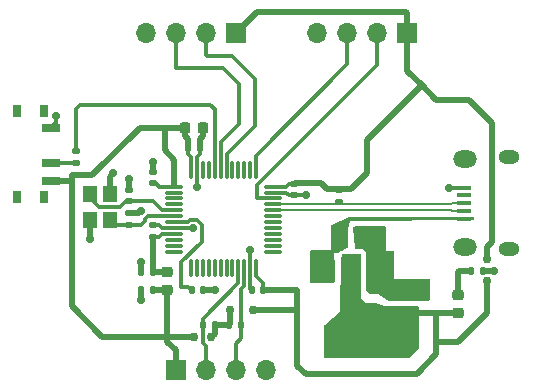
<source format=gbr>
%TF.GenerationSoftware,KiCad,Pcbnew,7.0.1-0*%
%TF.CreationDate,2023-05-28T09:45:46-06:00*%
%TF.ProjectId,stm32-prototype,73746d33-322d-4707-926f-746f74797065,rev?*%
%TF.SameCoordinates,Original*%
%TF.FileFunction,Copper,L1,Top*%
%TF.FilePolarity,Positive*%
%FSLAX46Y46*%
G04 Gerber Fmt 4.6, Leading zero omitted, Abs format (unit mm)*
G04 Created by KiCad (PCBNEW 7.0.1-0) date 2023-05-28 09:45:46*
%MOMM*%
%LPD*%
G01*
G04 APERTURE LIST*
G04 Aperture macros list*
%AMRoundRect*
0 Rectangle with rounded corners*
0 $1 Rounding radius*
0 $2 $3 $4 $5 $6 $7 $8 $9 X,Y pos of 4 corners*
0 Add a 4 corners polygon primitive as box body*
4,1,4,$2,$3,$4,$5,$6,$7,$8,$9,$2,$3,0*
0 Add four circle primitives for the rounded corners*
1,1,$1+$1,$2,$3*
1,1,$1+$1,$4,$5*
1,1,$1+$1,$6,$7*
1,1,$1+$1,$8,$9*
0 Add four rect primitives between the rounded corners*
20,1,$1+$1,$2,$3,$4,$5,0*
20,1,$1+$1,$4,$5,$6,$7,0*
20,1,$1+$1,$6,$7,$8,$9,0*
20,1,$1+$1,$8,$9,$2,$3,0*%
G04 Aperture macros list end*
%TA.AperFunction,SMDPad,CuDef*%
%ADD10R,1.500000X0.700000*%
%TD*%
%TA.AperFunction,SMDPad,CuDef*%
%ADD11R,0.800000X1.000000*%
%TD*%
%TA.AperFunction,SMDPad,CuDef*%
%ADD12R,1.200000X1.400000*%
%TD*%
%TA.AperFunction,SMDPad,CuDef*%
%ADD13RoundRect,0.075000X-0.075000X-0.662500X0.075000X-0.662500X0.075000X0.662500X-0.075000X0.662500X0*%
%TD*%
%TA.AperFunction,SMDPad,CuDef*%
%ADD14RoundRect,0.075000X-0.662500X-0.075000X0.662500X-0.075000X0.662500X0.075000X-0.662500X0.075000X0*%
%TD*%
%TA.AperFunction,SMDPad,CuDef*%
%ADD15R,1.500000X2.000000*%
%TD*%
%TA.AperFunction,SMDPad,CuDef*%
%ADD16R,3.800000X2.000000*%
%TD*%
%TA.AperFunction,SMDPad,CuDef*%
%ADD17RoundRect,0.135000X-0.135000X-0.185000X0.135000X-0.185000X0.135000X0.185000X-0.135000X0.185000X0*%
%TD*%
%TA.AperFunction,SMDPad,CuDef*%
%ADD18RoundRect,0.135000X0.135000X0.185000X-0.135000X0.185000X-0.135000X-0.185000X0.135000X-0.185000X0*%
%TD*%
%TA.AperFunction,SMDPad,CuDef*%
%ADD19RoundRect,0.135000X-0.185000X0.135000X-0.185000X-0.135000X0.185000X-0.135000X0.185000X0.135000X0*%
%TD*%
%TA.AperFunction,SMDPad,CuDef*%
%ADD20RoundRect,0.135000X0.185000X-0.135000X0.185000X0.135000X-0.185000X0.135000X-0.185000X-0.135000X0*%
%TD*%
%TA.AperFunction,ComponentPad*%
%ADD21O,1.700000X1.700000*%
%TD*%
%TA.AperFunction,ComponentPad*%
%ADD22R,1.700000X1.700000*%
%TD*%
%TA.AperFunction,ComponentPad*%
%ADD23O,1.800000X1.150000*%
%TD*%
%TA.AperFunction,ComponentPad*%
%ADD24O,2.000000X1.450000*%
%TD*%
%TA.AperFunction,SMDPad,CuDef*%
%ADD25R,1.300000X0.450000*%
%TD*%
%TA.AperFunction,SMDPad,CuDef*%
%ADD26RoundRect,0.218750X0.256250X-0.218750X0.256250X0.218750X-0.256250X0.218750X-0.256250X-0.218750X0*%
%TD*%
%TA.AperFunction,SMDPad,CuDef*%
%ADD27RoundRect,0.218750X-0.256250X0.218750X-0.256250X-0.218750X0.256250X-0.218750X0.256250X0.218750X0*%
%TD*%
%TA.AperFunction,SMDPad,CuDef*%
%ADD28RoundRect,0.140000X0.170000X-0.140000X0.170000X0.140000X-0.170000X0.140000X-0.170000X-0.140000X0*%
%TD*%
%TA.AperFunction,SMDPad,CuDef*%
%ADD29RoundRect,0.140000X-0.140000X-0.170000X0.140000X-0.170000X0.140000X0.170000X-0.140000X0.170000X0*%
%TD*%
%TA.AperFunction,SMDPad,CuDef*%
%ADD30RoundRect,0.140000X0.140000X0.170000X-0.140000X0.170000X-0.140000X-0.170000X0.140000X-0.170000X0*%
%TD*%
%TA.AperFunction,SMDPad,CuDef*%
%ADD31RoundRect,0.140000X-0.170000X0.140000X-0.170000X-0.140000X0.170000X-0.140000X0.170000X0.140000X0*%
%TD*%
%TA.AperFunction,SMDPad,CuDef*%
%ADD32RoundRect,0.225000X-0.225000X-0.250000X0.225000X-0.250000X0.225000X0.250000X-0.225000X0.250000X0*%
%TD*%
%TA.AperFunction,SMDPad,CuDef*%
%ADD33RoundRect,0.250000X0.475000X-0.250000X0.475000X0.250000X-0.475000X0.250000X-0.475000X-0.250000X0*%
%TD*%
%TA.AperFunction,SMDPad,CuDef*%
%ADD34RoundRect,0.250000X-0.250000X-0.475000X0.250000X-0.475000X0.250000X0.475000X-0.250000X0.475000X0*%
%TD*%
%TA.AperFunction,ViaPad*%
%ADD35C,0.750000*%
%TD*%
%TA.AperFunction,ViaPad*%
%ADD36C,0.700000*%
%TD*%
%TA.AperFunction,Conductor*%
%ADD37C,0.500000*%
%TD*%
%TA.AperFunction,Conductor*%
%ADD38C,0.300000*%
%TD*%
%TA.AperFunction,Conductor*%
%ADD39C,0.200000*%
%TD*%
G04 APERTURE END LIST*
D10*
%TO.P,SW1,3,C*%
%TO.N,+3.3V*%
X82405000Y-86750000D03*
%TO.P,SW1,2,B*%
%TO.N,/SW_BOOT0*%
X82405000Y-85250000D03*
%TO.P,SW1,1,A*%
%TO.N,GND*%
X82405000Y-82250000D03*
D11*
%TO.P,SW1,*%
%TO.N,*%
X81755000Y-80850000D03*
X79545000Y-88150000D03*
X79545000Y-80850000D03*
X81755000Y-88150000D03*
%TD*%
D12*
%TO.P,Y1,4,4*%
%TO.N,GND*%
X87350000Y-87900000D03*
%TO.P,Y1,3,3*%
%TO.N,/HSE_OUT*%
X87350000Y-90100000D03*
%TO.P,Y1,2,2*%
%TO.N,GND*%
X85650000Y-90100000D03*
%TO.P,Y1,1,1*%
%TO.N,/HSE_IN*%
X85650000Y-87900000D03*
%TD*%
D13*
%TO.P,U2,48,VDD*%
%TO.N,+3.3V*%
X94250000Y-85837500D03*
%TO.P,U2,47,VSS*%
%TO.N,GND*%
X94750000Y-85837500D03*
%TO.P,U2,46,PB9*%
%TO.N,unconnected-(U2-PB9-Pad46)*%
X95250000Y-85837500D03*
%TO.P,U2,45,PB8*%
%TO.N,unconnected-(U2-PB8-Pad45)*%
X95750000Y-85837500D03*
%TO.P,U2,44,BOOT0*%
%TO.N,/BOOT0*%
X96250000Y-85837500D03*
%TO.P,U2,43,PB7*%
%TO.N,/USART1_RX*%
X96750000Y-85837500D03*
%TO.P,U2,42,PB6*%
%TO.N,/USART1_TX*%
X97250000Y-85837500D03*
%TO.P,U2,41,PB5*%
%TO.N,unconnected-(U2-PB5-Pad41)*%
X97750000Y-85837500D03*
%TO.P,U2,40,PB4*%
%TO.N,unconnected-(U2-PB4-Pad40)*%
X98250000Y-85837500D03*
%TO.P,U2,39,PB3*%
%TO.N,unconnected-(U2-PB3-Pad39)*%
X98750000Y-85837500D03*
%TO.P,U2,38,PA15*%
%TO.N,unconnected-(U2-PA15-Pad38)*%
X99250000Y-85837500D03*
%TO.P,U2,37,PA14*%
%TO.N,/SWCLK*%
X99750000Y-85837500D03*
D14*
%TO.P,U2,36,VDD*%
%TO.N,+3.3V*%
X101162500Y-87250000D03*
%TO.P,U2,35,VSS*%
%TO.N,GND*%
X101162500Y-87750000D03*
%TO.P,U2,34,PA13*%
%TO.N,/SWDIO*%
X101162500Y-88250000D03*
%TO.P,U2,33,PA12*%
%TO.N,/USB_D+*%
X101162500Y-88750000D03*
%TO.P,U2,32,PA11*%
%TO.N,/USB_D-*%
X101162500Y-89250000D03*
%TO.P,U2,31,PA10*%
%TO.N,unconnected-(U2-PA10-Pad31)*%
X101162500Y-89750000D03*
%TO.P,U2,30,PA9*%
%TO.N,unconnected-(U2-PA9-Pad30)*%
X101162500Y-90250000D03*
%TO.P,U2,29,PA8*%
%TO.N,unconnected-(U2-PA8-Pad29)*%
X101162500Y-90750000D03*
%TO.P,U2,28,PB15*%
%TO.N,unconnected-(U2-PB15-Pad28)*%
X101162500Y-91250000D03*
%TO.P,U2,27,PB14*%
%TO.N,unconnected-(U2-PB14-Pad27)*%
X101162500Y-91750000D03*
%TO.P,U2,26,PB13*%
%TO.N,unconnected-(U2-PB13-Pad26)*%
X101162500Y-92250000D03*
%TO.P,U2,25,PB12*%
%TO.N,unconnected-(U2-PB12-Pad25)*%
X101162500Y-92750000D03*
D13*
%TO.P,U2,24,VDD*%
%TO.N,+3.3V*%
X99750000Y-94162500D03*
%TO.P,U2,23,VSS*%
%TO.N,GND*%
X99250000Y-94162500D03*
%TO.P,U2,22,PB11*%
%TO.N,/I2C2_SDA*%
X98750000Y-94162500D03*
%TO.P,U2,21,PB10*%
%TO.N,/I2C2_SCL*%
X98250000Y-94162500D03*
%TO.P,U2,20,PB2*%
%TO.N,unconnected-(U2-PB2-Pad20)*%
X97750000Y-94162500D03*
%TO.P,U2,19,PB1*%
%TO.N,unconnected-(U2-PB1-Pad19)*%
X97250000Y-94162500D03*
%TO.P,U2,18,PB0*%
%TO.N,unconnected-(U2-PB0-Pad18)*%
X96750000Y-94162500D03*
%TO.P,U2,17,PA7*%
%TO.N,unconnected-(U2-PA7-Pad17)*%
X96250000Y-94162500D03*
%TO.P,U2,16,PA6*%
%TO.N,unconnected-(U2-PA6-Pad16)*%
X95750000Y-94162500D03*
%TO.P,U2,15,PA5*%
%TO.N,unconnected-(U2-PA5-Pad15)*%
X95250000Y-94162500D03*
%TO.P,U2,14,PA4*%
%TO.N,unconnected-(U2-PA4-Pad14)*%
X94750000Y-94162500D03*
%TO.P,U2,13,PA3*%
%TO.N,unconnected-(U2-PA3-Pad13)*%
X94250000Y-94162500D03*
D14*
%TO.P,U2,12,PA2*%
%TO.N,unconnected-(U2-PA2-Pad12)*%
X92837500Y-92750000D03*
%TO.P,U2,11,PA1*%
%TO.N,unconnected-(U2-PA1-Pad11)*%
X92837500Y-92250000D03*
%TO.P,U2,10,PA0*%
%TO.N,unconnected-(U2-PA0-Pad10)*%
X92837500Y-91750000D03*
%TO.P,U2,9,VDDA*%
%TO.N,+3.3VA*%
X92837500Y-91250000D03*
%TO.P,U2,8,VSSA*%
%TO.N,GND*%
X92837500Y-90750000D03*
%TO.P,U2,7,NRST*%
%TO.N,/NRST*%
X92837500Y-90250000D03*
%TO.P,U2,6,PD1*%
%TO.N,/HSE_OUT*%
X92837500Y-89750000D03*
%TO.P,U2,5,PD0*%
%TO.N,/HSE_IN*%
X92837500Y-89250000D03*
%TO.P,U2,4,PC15*%
%TO.N,unconnected-(U2-PC15-Pad4)*%
X92837500Y-88750000D03*
%TO.P,U2,3,PC14*%
%TO.N,unconnected-(U2-PC14-Pad3)*%
X92837500Y-88250000D03*
%TO.P,U2,2,PC13*%
%TO.N,unconnected-(U2-PC13-Pad2)*%
X92837500Y-87750000D03*
%TO.P,U2,1,VBAT*%
%TO.N,+3.3V*%
X92837500Y-87250000D03*
%TD*%
D15*
%TO.P,U1,1,GND*%
%TO.N,GND*%
X110050000Y-94100000D03*
D16*
%TO.P,U1,2,VO*%
%TO.N,+3.3V*%
X107750000Y-100400000D03*
D15*
X107750000Y-94100000D03*
%TO.P,U1,3,VI*%
%TO.N,VBUS*%
X105450000Y-94100000D03*
%TD*%
D17*
%TO.P,R5,2*%
%TO.N,/I2C2_SDA*%
X98510000Y-99000000D03*
%TO.P,R5,1*%
%TO.N,+3.3V*%
X97490000Y-99000000D03*
%TD*%
D18*
%TO.P,R4,2*%
%TO.N,/I2C2_SCL*%
X95240000Y-99000000D03*
%TO.P,R4,1*%
%TO.N,+3.3V*%
X96260000Y-99000000D03*
%TD*%
D19*
%TO.P,R3,1*%
%TO.N,+3.3V*%
X106750000Y-87565000D03*
%TO.P,R3,2*%
%TO.N,/USB_D+*%
X106750000Y-88585000D03*
%TD*%
D20*
%TO.P,R2,1*%
%TO.N,/SW_BOOT0*%
X84525000Y-85260000D03*
%TO.P,R2,2*%
%TO.N,/BOOT0*%
X84525000Y-84240000D03*
%TD*%
D17*
%TO.P,R1,1*%
%TO.N,/PWR_LED_K*%
X117930000Y-94400000D03*
%TO.P,R1,2*%
%TO.N,GND*%
X118950000Y-94400000D03*
%TD*%
D21*
%TO.P,J4,4,Pin_4*%
%TO.N,GND*%
X100570000Y-102750000D03*
%TO.P,J4,3,Pin_3*%
%TO.N,/I2C2_SDA*%
X98030000Y-102750000D03*
%TO.P,J4,2,Pin_2*%
%TO.N,/I2C2_SCL*%
X95490000Y-102750000D03*
D22*
%TO.P,J4,1,Pin_1*%
%TO.N,+3.3V*%
X92950000Y-102750000D03*
%TD*%
D21*
%TO.P,J3,4,Pin_4*%
%TO.N,GND*%
X104920000Y-74250000D03*
%TO.P,J3,3,Pin_3*%
%TO.N,/SWCLK*%
X107460000Y-74250000D03*
%TO.P,J3,2,Pin_2*%
%TO.N,/SWDIO*%
X110000000Y-74250000D03*
D22*
%TO.P,J3,1,Pin_1*%
%TO.N,+3.3V*%
X112540000Y-74250000D03*
%TD*%
D21*
%TO.P,J2,4,Pin_4*%
%TO.N,GND*%
X90420000Y-74250000D03*
%TO.P,J2,3,Pin_3*%
%TO.N,/USART1_RX*%
X92960000Y-74250000D03*
%TO.P,J2,2,Pin_2*%
%TO.N,/USART1_TX*%
X95500000Y-74250000D03*
D22*
%TO.P,J2,1,Pin_1*%
%TO.N,+3.3V*%
X98040000Y-74250000D03*
%TD*%
D23*
%TO.P,J1,6,Shield*%
%TO.N,N/C*%
X121200000Y-84775000D03*
X121200000Y-92525000D03*
D24*
X117400000Y-84925000D03*
X117400000Y-92375000D03*
D25*
%TO.P,J1,5,GND*%
%TO.N,GND*%
X117350000Y-87350000D03*
%TO.P,J1,4,ID*%
%TO.N,unconnected-(J1-ID-Pad4)*%
X117350000Y-88000000D03*
%TO.P,J1,3,D+*%
%TO.N,/USB_D+*%
X117350000Y-88650000D03*
%TO.P,J1,2,D-*%
%TO.N,/USB_D-*%
X117350000Y-89300000D03*
%TO.P,J1,1,VBUS*%
%TO.N,VBUS*%
X117350000Y-89950000D03*
%TD*%
D26*
%TO.P,FB1,1*%
%TO.N,+3.3V*%
X92250000Y-96037500D03*
%TO.P,FB1,2*%
%TO.N,+3.3VA*%
X92250000Y-94462500D03*
%TD*%
D27*
%TO.P,D1,1,K*%
%TO.N,/PWR_LED_K*%
X116850000Y-96412500D03*
%TO.P,D1,2,A*%
%TO.N,+3.3V*%
X116850000Y-97987500D03*
%TD*%
D28*
%TO.P,C13,1*%
%TO.N,/HSE_OUT*%
X89000000Y-90460000D03*
%TO.P,C13,2*%
%TO.N,GND*%
X89000000Y-89500000D03*
%TD*%
%TO.P,C12,2*%
%TO.N,GND*%
X89000000Y-87520000D03*
%TO.P,C12,1*%
%TO.N,/HSE_IN*%
X89000000Y-88480000D03*
%TD*%
D29*
%TO.P,C11,1*%
%TO.N,/NRST*%
X94290000Y-96000000D03*
%TO.P,C11,2*%
%TO.N,GND*%
X95250000Y-96000000D03*
%TD*%
D30*
%TO.P,C10,1*%
%TO.N,+3.3V*%
X91000000Y-96000000D03*
%TO.P,C10,2*%
%TO.N,GND*%
X90040000Y-96000000D03*
%TD*%
%TO.P,C9,1*%
%TO.N,+3.3VA*%
X91000000Y-94500000D03*
%TO.P,C9,2*%
%TO.N,GND*%
X90040000Y-94500000D03*
%TD*%
D28*
%TO.P,C8,1*%
%TO.N,+3.3VA*%
X91000000Y-91480000D03*
%TO.P,C8,2*%
%TO.N,GND*%
X91000000Y-90520000D03*
%TD*%
D29*
%TO.P,C7,1*%
%TO.N,+3.3V*%
X94020000Y-84000000D03*
%TO.P,C7,2*%
%TO.N,GND*%
X94980000Y-84000000D03*
%TD*%
D31*
%TO.P,C6,1*%
%TO.N,+3.3V*%
X103000000Y-87020000D03*
%TO.P,C6,2*%
%TO.N,GND*%
X103000000Y-87980000D03*
%TD*%
D30*
%TO.P,C5,2*%
%TO.N,GND*%
X99370000Y-96025000D03*
%TO.P,C5,1*%
%TO.N,+3.3V*%
X100330000Y-96025000D03*
%TD*%
D28*
%TO.P,C4,2*%
%TO.N,GND*%
X91000000Y-86020000D03*
%TO.P,C4,1*%
%TO.N,+3.3V*%
X91000000Y-86980000D03*
%TD*%
D32*
%TO.P,C3,1*%
%TO.N,+3.3V*%
X93725000Y-82250000D03*
%TO.P,C3,2*%
%TO.N,GND*%
X95275000Y-82250000D03*
%TD*%
D33*
%TO.P,C2,1*%
%TO.N,+3.3V*%
X112500000Y-97950000D03*
%TO.P,C2,2*%
%TO.N,GND*%
X112500000Y-96050000D03*
%TD*%
D34*
%TO.P,C1,1*%
%TO.N,VBUS*%
X106850000Y-91750000D03*
%TO.P,C1,2*%
%TO.N,GND*%
X108750000Y-91750000D03*
%TD*%
D35*
%TO.N,+3.3V*%
X97575000Y-97700000D03*
D36*
%TO.N,GND*%
X85650000Y-91700000D03*
X87650000Y-86125000D03*
D35*
%TO.N,+3.3V*%
X119300000Y-93400000D03*
X119300000Y-95275000D03*
X94475000Y-100000000D03*
X95975000Y-100000000D03*
X99450000Y-97700000D03*
D36*
%TO.N,GND*%
X113950000Y-96025000D03*
X110625000Y-95625000D03*
X109725000Y-95625000D03*
X110050000Y-92150000D03*
X110025000Y-91175000D03*
X116100000Y-87350000D03*
X103950000Y-87975000D03*
X90025000Y-93625000D03*
X90025000Y-96875000D03*
X94775000Y-87250000D03*
X90000000Y-89300000D03*
X119875000Y-94400000D03*
X89000000Y-86625000D03*
X82800000Y-81250000D03*
X94450000Y-90750000D03*
X96275000Y-96000000D03*
X99250000Y-92575000D03*
X91000000Y-85125000D03*
%TD*%
D37*
%TO.N,+3.3V*%
X99450000Y-97700000D02*
X103150000Y-97700000D01*
X103150000Y-97700000D02*
X103225000Y-97625000D01*
X97575000Y-97700000D02*
X97575000Y-98915000D01*
X97575000Y-98915000D02*
X97490000Y-99000000D01*
%TO.N,GND*%
X85650000Y-90100000D02*
X85650000Y-91700000D01*
X87350000Y-86425000D02*
X87650000Y-86125000D01*
X87350000Y-87900000D02*
X87350000Y-86425000D01*
%TO.N,+3.3V*%
X113775000Y-78675000D02*
X114975000Y-79875000D01*
X114975000Y-79925000D02*
X117750000Y-79925000D01*
X114975000Y-79875000D02*
X114975000Y-79925000D01*
X117750000Y-79925000D02*
X119725000Y-81900000D01*
X119725000Y-81900000D02*
X119725000Y-91974569D01*
X119300000Y-92399569D02*
X119300000Y-93400000D01*
X119725000Y-91974569D02*
X119300000Y-92399569D01*
X107825000Y-87450000D02*
X105750000Y-87450000D01*
X105750000Y-87450000D02*
X105275000Y-86975000D01*
X109150000Y-83300000D02*
X109150000Y-86125000D01*
X113775000Y-78675000D02*
X109150000Y-83300000D01*
X112550000Y-77450000D02*
X113775000Y-78675000D01*
X109150000Y-86125000D02*
X107825000Y-87450000D01*
X105275000Y-86975000D02*
X103045000Y-86975000D01*
X103045000Y-86975000D02*
X103000000Y-87020000D01*
%TO.N,/PWR_LED_K*%
X116850000Y-96412500D02*
X116850000Y-94500000D01*
X116850000Y-94500000D02*
X116950000Y-94400000D01*
X116950000Y-94400000D02*
X117930000Y-94400000D01*
%TO.N,+3.3V*%
X119300000Y-97950000D02*
X116825000Y-100425000D01*
X119300000Y-95275000D02*
X119300000Y-97950000D01*
X115025000Y-97950000D02*
X115025000Y-100425000D01*
X115025000Y-100425000D02*
X115025000Y-101450000D01*
X116825000Y-100425000D02*
X115025000Y-100425000D01*
X112540000Y-74250000D02*
X112540000Y-77440000D01*
X112540000Y-77440000D02*
X112550000Y-77450000D01*
X98040000Y-74250000D02*
X98050000Y-74250000D01*
X98050000Y-74250000D02*
X99850000Y-72450000D01*
X99850000Y-72450000D02*
X112425000Y-72450000D01*
X112425000Y-72450000D02*
X112540000Y-72565000D01*
X112540000Y-72565000D02*
X112540000Y-74250000D01*
%TO.N,+3.3VA*%
X91000000Y-94500000D02*
X91000000Y-91480000D01*
%TO.N,+3.3V*%
X84125000Y-86750000D02*
X84125000Y-86250000D01*
X84125000Y-97400000D02*
X84125000Y-86750000D01*
X84125000Y-86750000D02*
X82405000Y-86750000D01*
X89900000Y-82250000D02*
X92000000Y-82250000D01*
X92000000Y-82250000D02*
X93725000Y-82250000D01*
X92000000Y-82250000D02*
X92000000Y-84125000D01*
X92000000Y-84125000D02*
X92837500Y-84962500D01*
X92837500Y-84962500D02*
X92837500Y-87150000D01*
D38*
X91280000Y-86980000D02*
X91550000Y-87250000D01*
X91000000Y-86980000D02*
X91280000Y-86980000D01*
X91550000Y-87250000D02*
X92837500Y-87250000D01*
D37*
X92250000Y-100000000D02*
X86725000Y-100000000D01*
X86725000Y-100000000D02*
X84125000Y-97400000D01*
X84125000Y-86250000D02*
X85900000Y-86250000D01*
X85900000Y-86250000D02*
X89900000Y-82250000D01*
%TO.N,+3.3VA*%
X92250000Y-94462500D02*
X91037500Y-94462500D01*
X91037500Y-94462500D02*
X91000000Y-94500000D01*
%TO.N,+3.3V*%
X91000000Y-96000000D02*
X92212500Y-96000000D01*
X92212500Y-96000000D02*
X92250000Y-96037500D01*
X92250000Y-100000000D02*
X92250000Y-100375000D01*
X92250000Y-100375000D02*
X92950000Y-101075000D01*
X92950000Y-101075000D02*
X92950000Y-102750000D01*
X94475000Y-100000000D02*
X92250000Y-100000000D01*
X92250000Y-96037500D02*
X92250000Y-100000000D01*
X96260000Y-99000000D02*
X96260000Y-99715000D01*
X96260000Y-99715000D02*
X95975000Y-100000000D01*
X97490000Y-99000000D02*
X96260000Y-99000000D01*
X103225000Y-97625000D02*
X103225000Y-96025000D01*
X103225000Y-102400000D02*
X103225000Y-97625000D01*
X112500000Y-97950000D02*
X115025000Y-97950000D01*
X115025000Y-101450000D02*
X113350000Y-103125000D01*
X103225000Y-96025000D02*
X100330000Y-96025000D01*
X115025000Y-97950000D02*
X116812500Y-97950000D01*
X113350000Y-103125000D02*
X103950000Y-103125000D01*
X103950000Y-103125000D02*
X103225000Y-102400000D01*
X116812500Y-97950000D02*
X116850000Y-97987500D01*
D38*
%TO.N,GND*%
X117350000Y-87350000D02*
X116100000Y-87350000D01*
X103945000Y-87980000D02*
X103950000Y-87975000D01*
X103000000Y-87980000D02*
X103945000Y-87980000D01*
D37*
X90040000Y-93640000D02*
X90025000Y-93625000D01*
X90040000Y-94500000D02*
X90040000Y-93640000D01*
X90040000Y-96860000D02*
X90025000Y-96875000D01*
X90040000Y-96000000D02*
X90040000Y-96860000D01*
D38*
X94750000Y-87225000D02*
X94775000Y-87250000D01*
X94750000Y-85837500D02*
X94750000Y-87225000D01*
D37*
X89800000Y-89500000D02*
X90000000Y-89300000D01*
X89000000Y-89500000D02*
X89800000Y-89500000D01*
D38*
%TO.N,/HSE_OUT*%
X90350000Y-90150000D02*
X90350000Y-89975000D01*
X90000000Y-90500000D02*
X90350000Y-90150000D01*
X90350000Y-89975000D02*
X90575000Y-89750000D01*
X90575000Y-89750000D02*
X92837500Y-89750000D01*
%TO.N,/NRST*%
X93425000Y-93648959D02*
X93425000Y-95725000D01*
X94015000Y-95725000D02*
X94290000Y-96000000D01*
X95150000Y-91923959D02*
X93425000Y-93648959D01*
X94160050Y-90050000D02*
X94739950Y-90050000D01*
X95150000Y-90460050D02*
X95150000Y-91923959D01*
X93960050Y-90250000D02*
X94160050Y-90050000D01*
X94739950Y-90050000D02*
X95150000Y-90460050D01*
X92837500Y-90250000D02*
X93960050Y-90250000D01*
X93425000Y-95725000D02*
X94015000Y-95725000D01*
D37*
%TO.N,GND*%
X118950000Y-94400000D02*
X119875000Y-94400000D01*
X89000000Y-87520000D02*
X89000000Y-86625000D01*
D38*
X82800000Y-81850000D02*
X82800000Y-81250000D01*
X82405000Y-82250000D02*
X82405000Y-82245000D01*
X82405000Y-82245000D02*
X82800000Y-81850000D01*
X92837500Y-90750000D02*
X94450000Y-90750000D01*
D37*
X95250000Y-96000000D02*
X96275000Y-96000000D01*
D38*
X99250000Y-94162500D02*
X99250000Y-92575000D01*
D37*
X91000000Y-86020000D02*
X91000000Y-85125000D01*
D38*
%TO.N,/I2C2_SDA*%
X98510000Y-100090000D02*
X98025000Y-100575000D01*
X98510000Y-99000000D02*
X98510000Y-100090000D01*
X98025000Y-100575000D02*
X98030000Y-100580000D01*
X98030000Y-100580000D02*
X98030000Y-102750000D01*
%TO.N,/I2C2_SCL*%
X95240000Y-99000000D02*
X95240000Y-100515000D01*
X95240000Y-100515000D02*
X95490000Y-100765000D01*
X95490000Y-100765000D02*
X95490000Y-102750000D01*
X98250000Y-94162500D02*
X98250000Y-95434928D01*
X98250000Y-95434928D02*
X95240000Y-98444928D01*
X95240000Y-98444928D02*
X95240000Y-99000000D01*
%TO.N,/I2C2_SDA*%
X98750000Y-94162500D02*
X98750000Y-95642035D01*
X98750000Y-95642035D02*
X98510000Y-95882035D01*
X98510000Y-95882035D02*
X98510000Y-99000000D01*
%TO.N,+3.3V*%
X99750000Y-94850000D02*
X100325000Y-95425000D01*
X99750000Y-94162500D02*
X99750000Y-94850000D01*
X100325000Y-96020000D02*
X100330000Y-96025000D01*
X100325000Y-95425000D02*
X100325000Y-96020000D01*
%TO.N,GND*%
X99250000Y-94162500D02*
X99250000Y-95905000D01*
X99250000Y-95905000D02*
X99370000Y-96025000D01*
%TO.N,/SW_BOOT0*%
X84525000Y-85260000D02*
X82415000Y-85260000D01*
X82415000Y-85260000D02*
X82405000Y-85250000D01*
%TO.N,/BOOT0*%
X84875000Y-80300000D02*
X84525000Y-80650000D01*
X96250000Y-85837500D02*
X96250000Y-80675000D01*
X84525000Y-80650000D02*
X84525000Y-84240000D01*
X95875000Y-80300000D02*
X84875000Y-80300000D01*
X96250000Y-80675000D02*
X95875000Y-80300000D01*
%TO.N,/USART1_RX*%
X96750000Y-85837500D02*
X96750000Y-83500000D01*
X96750000Y-83500000D02*
X98325000Y-81925000D01*
X98325000Y-81925000D02*
X98325000Y-78575000D01*
X98325000Y-78575000D02*
X96975000Y-77225000D01*
X96975000Y-77225000D02*
X92975000Y-77225000D01*
X92960000Y-77240000D02*
X92960000Y-74250000D01*
X92975000Y-77225000D02*
X92960000Y-77240000D01*
%TO.N,/USART1_TX*%
X97250000Y-85837500D02*
X97250000Y-84500000D01*
X99650000Y-82100000D02*
X99650000Y-78175000D01*
X97250000Y-84500000D02*
X99650000Y-82100000D01*
X99650000Y-78175000D02*
X97675000Y-76200000D01*
X97675000Y-76200000D02*
X95575000Y-76200000D01*
X95575000Y-76200000D02*
X95500000Y-76125000D01*
X95500000Y-76125000D02*
X95500000Y-74250000D01*
%TO.N,/SWDIO*%
X101162500Y-88250000D02*
X99825000Y-88250000D01*
X110000000Y-76975000D02*
X110000000Y-74250000D01*
X99825000Y-88250000D02*
X99825000Y-87150000D01*
X99825000Y-87150000D02*
X110000000Y-76975000D01*
%TO.N,/SWCLK*%
X99750000Y-84625000D02*
X107475000Y-76900000D01*
X99750000Y-85837500D02*
X99750000Y-84625000D01*
X107460000Y-76885000D02*
X107460000Y-74250000D01*
X107475000Y-76900000D02*
X107460000Y-76885000D01*
D39*
%TO.N,/USB_D+*%
X101162500Y-88750000D02*
X116274999Y-88750000D01*
X116274999Y-88750000D02*
X116374999Y-88650000D01*
%TO.N,/USB_D-*%
X101212500Y-89200000D02*
X116274999Y-89200000D01*
%TO.N,/USB_D+*%
X116374999Y-88650000D02*
X117350000Y-88650000D01*
%TO.N,/USB_D-*%
X101162500Y-89250000D02*
X101212500Y-89200000D01*
X116274999Y-89200000D02*
X116374999Y-89300000D01*
X116374999Y-89300000D02*
X117350000Y-89300000D01*
X101187500Y-89225000D02*
X101500000Y-89225000D01*
X101162500Y-89250000D02*
X101187500Y-89225000D01*
%TO.N,/USB_D+*%
X101187500Y-88775000D02*
X101500000Y-88775000D01*
X101162500Y-88750000D02*
X101187500Y-88775000D01*
D38*
%TO.N,/HSE_IN*%
X89000000Y-88480000D02*
X88770000Y-88480000D01*
X88770000Y-88480000D02*
X88250000Y-89000000D01*
X88250000Y-89000000D02*
X86450000Y-89000000D01*
X86450000Y-89000000D02*
X85650000Y-88200000D01*
X85650000Y-88200000D02*
X85650000Y-87900000D01*
%TO.N,/HSE_OUT*%
X89000000Y-90460000D02*
X87710000Y-90460000D01*
X87710000Y-90460000D02*
X87350000Y-90100000D01*
%TO.N,/HSE_IN*%
X92837500Y-89250000D02*
X91750000Y-89250000D01*
X91750000Y-89250000D02*
X91000000Y-88500000D01*
X89020000Y-88500000D02*
X89000000Y-88480000D01*
X91000000Y-88500000D02*
X89020000Y-88500000D01*
%TO.N,/HSE_OUT*%
X90000000Y-90500000D02*
X89040000Y-90500000D01*
X89040000Y-90500000D02*
X89000000Y-90460000D01*
%TO.N,GND*%
X102250000Y-87750000D02*
X102500000Y-88000000D01*
X102980000Y-88000000D02*
X103000000Y-87980000D01*
X101162500Y-87750000D02*
X102250000Y-87750000D01*
X102500000Y-88000000D02*
X102980000Y-88000000D01*
%TO.N,+3.3V*%
X102250000Y-87250000D02*
X102500000Y-87000000D01*
X101162500Y-87250000D02*
X102250000Y-87250000D01*
X102500000Y-87000000D02*
X102980000Y-87000000D01*
X102980000Y-87000000D02*
X103000000Y-87020000D01*
%TO.N,+3.3VA*%
X91750000Y-91250000D02*
X91500000Y-91500000D01*
X92837500Y-91250000D02*
X91750000Y-91250000D01*
X91500000Y-91500000D02*
X91020000Y-91500000D01*
X91020000Y-91500000D02*
X91000000Y-91480000D01*
%TO.N,GND*%
X91750000Y-90750000D02*
X91500000Y-90500000D01*
X92837500Y-90750000D02*
X91750000Y-90750000D01*
X91500000Y-90500000D02*
X91480000Y-90520000D01*
X91480000Y-90520000D02*
X91000000Y-90520000D01*
D37*
X95275000Y-82975000D02*
X95000000Y-83250000D01*
X95000000Y-83980000D02*
X94980000Y-84000000D01*
X95275000Y-82250000D02*
X95275000Y-82975000D01*
X95000000Y-83250000D02*
X95000000Y-83980000D01*
%TO.N,+3.3V*%
X93725000Y-82975000D02*
X94000000Y-83250000D01*
X93725000Y-82250000D02*
X93725000Y-82975000D01*
X94000000Y-83250000D02*
X94000000Y-83980000D01*
X94000000Y-83980000D02*
X94020000Y-84000000D01*
D38*
%TO.N,GND*%
X94750000Y-84750000D02*
X95000000Y-84500000D01*
X94750000Y-85837500D02*
X94750000Y-84750000D01*
X95000000Y-84020000D02*
X94980000Y-84000000D01*
X95000000Y-84500000D02*
X95000000Y-84020000D01*
%TO.N,+3.3V*%
X94250000Y-84750000D02*
X94000000Y-84500000D01*
X94000000Y-84020000D02*
X94020000Y-84000000D01*
X94250000Y-85837500D02*
X94250000Y-84750000D01*
X94000000Y-84500000D02*
X94000000Y-84020000D01*
%TD*%
%TA.AperFunction,Conductor*%
%TO.N,GND*%
G36*
X110713000Y-90641613D02*
G01*
X110758387Y-90687000D01*
X110775000Y-90749000D01*
X110775000Y-92675000D01*
X111326000Y-92675000D01*
X111388000Y-92691613D01*
X111433387Y-92737000D01*
X111450000Y-92799000D01*
X111450000Y-95050000D01*
X114351000Y-95050000D01*
X114413000Y-95066613D01*
X114458387Y-95112000D01*
X114475000Y-95174000D01*
X114475000Y-96712456D01*
X114469679Y-96748389D01*
X114454174Y-96781239D01*
X114361811Y-96919783D01*
X114317147Y-96960328D01*
X114258637Y-96975000D01*
X111040096Y-96975000D01*
X111001945Y-96968985D01*
X110967495Y-96951524D01*
X110550005Y-96650003D01*
X110050000Y-96300000D01*
X109485677Y-96323513D01*
X109418994Y-96307282D01*
X109161401Y-96160086D01*
X109116144Y-96115467D01*
X109098936Y-96054290D01*
X109050000Y-92800000D01*
X108750000Y-92550000D01*
X108749998Y-92550000D01*
X108238239Y-92550000D01*
X108179512Y-92535211D01*
X108134793Y-92494373D01*
X108114748Y-92437226D01*
X107962293Y-90760226D01*
X107974848Y-90693600D01*
X108020568Y-90643535D01*
X108085784Y-90625000D01*
X110651000Y-90625000D01*
X110713000Y-90641613D01*
G37*
%TD.AperFunction*%
%TD*%
%TA.AperFunction,Conductor*%
%TO.N,VBUS*%
G36*
X116652306Y-89825499D02*
G01*
X116655126Y-89825499D01*
X116655135Y-89825500D01*
X118044864Y-89825499D01*
X118047696Y-89825499D01*
X118056334Y-89825000D01*
X118101000Y-89825000D01*
X118163000Y-89841613D01*
X118208387Y-89887000D01*
X118225000Y-89949000D01*
X118225000Y-89951880D01*
X118208534Y-90013625D01*
X118163509Y-90058971D01*
X118101884Y-90075877D01*
X107700000Y-90149999D01*
X107700000Y-90150000D01*
X107627420Y-90525000D01*
X107550000Y-90925002D01*
X107502261Y-92357161D01*
X107485057Y-92416160D01*
X107441637Y-92459652D01*
X107105422Y-92659279D01*
X107058485Y-92674873D01*
X107058495Y-92674920D01*
X107058075Y-92675010D01*
X107055201Y-92675965D01*
X107052080Y-92676296D01*
X107001230Y-92687205D01*
X107001225Y-92687206D01*
X107001223Y-92687207D01*
X106939996Y-92707292D01*
X106939994Y-92707292D01*
X106939994Y-92707293D01*
X106884342Y-92739774D01*
X106842435Y-92770583D01*
X106794831Y-92814016D01*
X106773244Y-92844263D01*
X106735632Y-92878842D01*
X106729279Y-92882615D01*
X106665961Y-92900000D01*
X106350000Y-92900000D01*
X106399859Y-93947059D01*
X106399860Y-93947060D01*
X106400000Y-93952958D01*
X106400000Y-95301000D01*
X106383387Y-95363000D01*
X106338000Y-95408387D01*
X106276000Y-95425000D01*
X104424000Y-95425000D01*
X104362000Y-95408387D01*
X104316613Y-95363000D01*
X104300000Y-95301000D01*
X104300000Y-92724000D01*
X104316613Y-92662000D01*
X104362000Y-92616613D01*
X104424000Y-92600000D01*
X106075000Y-92600000D01*
X106075000Y-90605059D01*
X106083947Y-90558812D01*
X106109497Y-90519238D01*
X106147963Y-90492049D01*
X107600665Y-89835990D01*
X107651702Y-89825000D01*
X116643657Y-89825000D01*
X116652306Y-89825499D01*
G37*
%TD.AperFunction*%
%TD*%
%TA.AperFunction,Conductor*%
%TO.N,+3.3V*%
G36*
X108613000Y-92991613D02*
G01*
X108658387Y-93037000D01*
X108675000Y-93099000D01*
X108675000Y-96800000D01*
X109075000Y-97075000D01*
X109854222Y-97075000D01*
X109894644Y-97081773D01*
X110600000Y-97325000D01*
X113427051Y-97348958D01*
X113488606Y-97365919D01*
X113533562Y-97411258D01*
X113550000Y-97472954D01*
X113550000Y-100803969D01*
X113542249Y-100847123D01*
X113519963Y-100884882D01*
X112812103Y-101706913D01*
X112769826Y-101738715D01*
X112718140Y-101750000D01*
X105649000Y-101750000D01*
X105587000Y-101733387D01*
X105541613Y-101688000D01*
X105525000Y-101626000D01*
X105525000Y-99033366D01*
X105536807Y-98980558D01*
X105569979Y-98937806D01*
X105787193Y-98758185D01*
X106825000Y-97900000D01*
X106899703Y-93392866D01*
X106905331Y-93357941D01*
X106997809Y-93062014D01*
X107023393Y-93016723D01*
X107065303Y-92985911D01*
X107116164Y-92975000D01*
X108551000Y-92975000D01*
X108613000Y-92991613D01*
G37*
%TD.AperFunction*%
%TD*%
M02*

</source>
